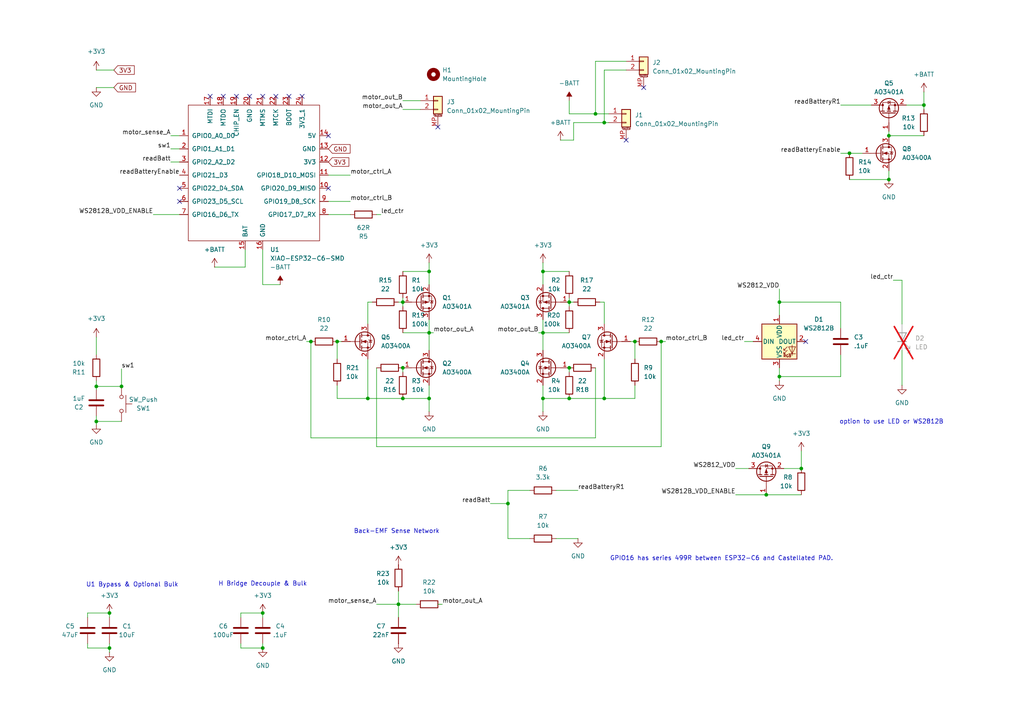
<source format=kicad_sch>
(kicad_sch (version 20250114) (generator "eeschema") (generator_version "9.0")
  (paper "A4")
  (title_block (title "MLE HAPTICS PROTOTYPE") (date "2025-09-22") (company "mlehaptics.org"))
  (lib_symbols
    (symbol "Connector_Generic_MountingPin:Conn_01x02_MountingPin" (pin_names (offset 1.016) (hide yes))
      (property "Reference" "J" (at 0 2.54 0))
      (property "Value" "Conn_01x02_MountingPin" (at 1.27 -5.08 0))
      (symbol "Conn_01x02_MountingPin_1_1"
        (rectangle (start -1.27 1.27) (end 1.27 -3.81) (stroke (width 0.254)) (fill (type background)))
        (rectangle (start -1.27 0.127) (end 0 -0.127) (stroke (width 0.1524)))
        (rectangle (start -1.27 -2.413) (end 0 -2.667) (stroke (width 0.1524)))
        (polyline (pts (xy -1.016 -4.572) (xy 1.016 -4.572)) (stroke (width 0.1524)))
        (text "Mounting" (at 0 -4.191 0) (effects (font (size 0.381 0.381))))
        (pin passive line (at -5.08 0 0) (length 3.81) (name "Pin_1") (number "1"))
        (pin passive line (at -5.08 -2.54 0) (length 3.81) (name "Pin_2") (number "2"))
        (pin passive line (at 0 -7.62 90) (length 3.048) (name "MountPin") (number "MP"))
      )
    )
    (symbol "Device:C" (pin_numbers (hide yes)) (pin_names (offset 0.254))
      (property "Reference" "C" (at 0.635 2.54 0))
      (property "Value" "C" (at 0.635 -2.54 0))
      (symbol "C_0_1"
        (polyline (pts (xy -2.032 0.762) (xy 2.032 0.762)) (stroke (width 0.508)))
        (polyline (pts (xy -2.032 -0.762) (xy 2.032 -0.762)) (stroke (width 0.508)))
      )
      (symbol "C_1_1"
        (pin passive line (at 0 3.81 270) (length 2.794) (name "~") (number "1"))
        (pin passive line (at 0 -3.81 90) (length 2.794) (name "~") (number "2"))
      )
    )
    (symbol "Device:LED" (pin_numbers (hide yes)) (pin_names (offset 1.016) (hide yes))
      (property "Reference" "D" (at 0 2.54 0))
      (property "Value" "LED" (at 0 -2.54 0))
      (symbol "LED_0_1"
        (polyline (pts (xy -3.048 -0.762) (xy -4.572 -2.286) (xy -3.81 -2.286) (xy -4.572 -2.286) (xy -4.572 -1.524)))
        (polyline (pts (xy -1.778 -0.762) (xy -3.302 -2.286) (xy -2.54 -2.286) (xy -3.302 -2.286) (xy -3.302 -1.524)))
        (polyline (pts (xy -1.27 0) (xy 1.27 0)))
        (polyline (pts (xy -1.27 -1.27) (xy -1.27 1.27)) (stroke (width 0.254)))
        (polyline (pts (xy 1.27 -1.27) (xy 1.27 1.27) (xy -1.27 0) (xy 1.27 -1.27)) (stroke (width 0.254)))
      )
      (symbol "LED_1_1"
        (pin passive line (at -3.81 0 0) (length 2.54) (name "K") (number "1"))
        (pin passive line (at 3.81 0 180) (length 2.54) (name "A") (number "2"))
      )
    )
    (symbol "Device:R" (pin_numbers (hide yes)) (pin_names (offset 0))
      (property "Reference" "R" (at 2.032 0 90))
      (property "Value" "R" (at 0 0 90))
      (symbol "R_0_1"
        (rectangle (start -1.016 -2.54) (end 1.016 2.54) (stroke (width 0.254)))
      )
      (symbol "R_1_1"
        (pin passive line (at 0 3.81 270) (length 1.27) (name "~") (number "1"))
        (pin passive line (at 0 -3.81 90) (length 1.27) (name "~") (number "2"))
      )
    )
    (symbol "LED:WS2812B" (pin_names (offset 0.254))
      (property "Reference" "D" (at 5.08 5.715 0))
      (property "Value" "WS2812B" (at 1.27 -5.715 0))
      (symbol "WS2812B_0_0"
        (text "RGB" (at 2.286 -4.191 0) (effects (font (size 0.762 0.762))))
      )
      (symbol "WS2812B_0_1"
        (polyline (pts (xy 1.27 -2.54) (xy 1.778 -2.54)))
        (polyline (pts (xy 1.27 -3.556) (xy 1.778 -3.556)))
        (polyline (pts (xy 2.286 -1.524) (xy 1.27 -2.54) (xy 1.27 -2.032)))
        (polyline (pts (xy 2.286 -2.54) (xy 1.27 -3.556) (xy 1.27 -3.048)))
        (polyline (pts (xy 3.683 -1.016) (xy 3.683 -3.556) (xy 3.683 -4.064)))
        (polyline (pts (xy 4.699 -1.524) (xy 2.667 -1.524) (xy 3.683 -3.556) (xy 4.699 -1.524)))
        (polyline (pts (xy 4.699 -3.556) (xy 2.667 -3.556)))
        (rectangle (start 5.08 5.08) (end -5.08 -5.08) (stroke (width 0.254)) (fill (type background)))
      )
      (symbol "WS2812B_1_1"
        (pin input line (at -7.62 0 0) (length 2.54) (name "DIN") (number "4"))
        (pin power_in line (at 0 7.62 270) (length 2.54) (name "VDD") (number "1"))
        (pin power_in line (at 0 -7.62 90) (length 2.54) (name "VSS") (number "3"))
        (pin output line (at 7.62 0 180) (length 2.54) (name "DOUT") (number "2"))
      )
    )
    (symbol "Mechanical:MountingHole" (pin_names (offset 1.016)) (in_bom no)
      (property "Reference" "H" (at 0 5.08 0))
      (property "Value" "MountingHole" (at 0 3.175 0))
      (symbol "MountingHole_0_1"
        (circle (center 0 0) (radius 1.27) (stroke (width 1.27)))
      )
    )
    (symbol "Seeed_Studio_XIAO_Series:XIAO-ESP32-C6-SMD" (pin_names (offset 1.016))
      (property "Reference" "U" (at -18.542 23.114 0))
      (property "Value" "XIAO-ESP32-S3-SMD" (at -8.382 21.336 0))
      (symbol "XIAO-ESP32-C6-SMD_0_1"
        (rectangle (start 19.05 -19.05) (end -19.05 20.32))
      )
      (symbol "XIAO-ESP32-C6-SMD_1_1"
        (pin passive line (at -21.59 11.43 0) (length 2.54) (name "GPIO0_A0_D0") (number "1"))
        (pin passive line (at -21.59 7.62 0) (length 2.54) (name "GPIO1_A1_D1") (number "2"))
        (pin passive line (at -21.59 3.81 0) (length 2.54) (name "GPIO2_A2_D2") (number "3"))
        (pin passive line (at -21.59 0 0) (length 2.54) (name "GPIO21_D3") (number "4"))
        (pin passive line (at -21.59 -3.81 0) (length 2.54) (name "GPIO22_D4_SDA") (number "5"))
        (pin passive line (at -21.59 -7.62 0) (length 2.54) (name "GPIO23_D5_SCL") (number "6"))
        (pin passive line (at -21.59 -11.43 0) (length 2.54) (name "GPIO16_D6_TX") (number "7"))
        (pin passive line (at -12.7 22.86 270) (length 2.54) (name "MTDI") (number "17"))
        (pin passive line (at -8.89 22.86 270) (length 2.54) (name "MTDO") (number "18"))
        (pin passive line (at -5.08 22.86 270) (length 2.54) (name "CHIP_EN") (number "19"))
        (pin passive line (at -2.54 -21.59 90) (length 2.54) (name "BAT") (number "15"))
        (pin passive line (at -1.27 22.86 270) (length 2.54) (name "GND") (number "20"))
        (pin passive line (at 2.54 22.86 270) (length 2.54) (name "MTMS") (number "21"))
        (pin passive line (at 2.54 -21.59 90) (length 2.54) (name "GND") (number "16"))
        (pin passive line (at 6.35 22.86 270) (length 2.54) (name "MTCK") (number "22"))
        (pin passive line (at 10.16 22.86 270) (length 2.54) (name "BOOT") (number "23"))
        (pin passive line (at 13.97 22.86 270) (length 2.54) (name "3V3_1") (number "24"))
        (pin passive line (at 21.59 11.43 180) (length 2.54) (name "5V") (number "14"))
        (pin passive line (at 21.59 7.62 180) (length 2.54) (name "GND") (number "13"))
        (pin passive line (at 21.59 3.81 180) (length 2.54) (name "3V3") (number "12"))
        (pin passive line (at 21.59 0 180) (length 2.54) (name "GPIO18_D10_MOSI") (number "11"))
        (pin passive line (at 21.59 -3.81 180) (length 2.54) (name "GPIO20_D9_MISO") (number "10"))
        (pin passive line (at 21.59 -7.62 180) (length 2.54) (name "GPIO19_D8_SCK") (number "9"))
        (pin passive line (at 21.59 -11.43 180) (length 2.54) (name "GPIO17_D7_RX") (number "8"))
      )
    )
    (symbol "Switch:SW_Push" (pin_numbers (hide yes)) (pin_names (offset 1.016) (hide yes))
      (property "Reference" "SW" (at 1.27 2.54 0))
      (property "Value" "SW_Push" (at 0 -1.524 0))
      (symbol "SW_Push_0_1"
        (circle (center -2.032 0) (radius 0.508))
        (polyline (pts (xy 0 1.27) (xy 0 3.048)))
        (circle (center 2.032 0) (radius 0.508))
        (polyline (pts (xy 2.54 1.27) (xy -2.54 1.27)))
        (pin passive line (at -5.08 0 0) (length 2.54) (name "1") (number "1"))
        (pin passive line (at 5.08 0 180) (length 2.54) (name "2") (number "2"))
      )
    )
    (symbol "Transistor_FET:AO3400A" (pin_names (hide yes))
      (property "Reference" "Q" (at 5.08 1.905 0))
      (property "Value" "AO3400A" (at 5.08 0 0))
      (symbol "AO3400A_0_1"
        (polyline (pts (xy 0.254 1.905) (xy 0.254 -1.905)) (stroke (width 0.254)))
        (polyline (pts (xy 0.254 0) (xy -2.54 0)))
        (polyline (pts (xy 0.762 2.286) (xy 0.762 1.27)) (stroke (width 0.254)))
        (polyline (pts (xy 0.762 0.508) (xy 0.762 -0.508)) (stroke (width 0.254)))
        (polyline (pts (xy 0.762 -1.27) (xy 0.762 -2.286)) (stroke (width 0.254)))
        (polyline (pts (xy 0.762 -1.778) (xy 3.302 -1.778) (xy 3.302 1.778) (xy 0.762 1.778)))
        (polyline (pts (xy 1.016 0) (xy 2.032 0.381) (xy 2.032 -0.381) (xy 1.016 0)) (fill (type outline)))
        (circle (center 1.651 0) (radius 2.794) (stroke (width 0.254)))
        (polyline (pts (xy 2.54 2.54) (xy 2.54 1.778)))
        (circle (center 2.54 1.778) (radius 0.254) (fill (type outline)))
        (circle (center 2.54 -1.778) (radius 0.254) (fill (type outline)))
        (polyline (pts (xy 2.54 -2.54) (xy 2.54 0) (xy 0.762 0)))
        (polyline (pts (xy 2.794 0.508) (xy 2.921 0.381) (xy 3.683 0.381) (xy 3.81 0.254)))
        (polyline (pts (xy 3.302 0.381) (xy 2.921 -0.254) (xy 3.683 -0.254) (xy 3.302 0.381)))
      )
      (symbol "AO3400A_1_1"
        (pin input line (at -5.08 0 0) (length 2.54) (name "G") (number "1"))
        (pin passive line (at 2.54 5.08 270) (length 2.54) (name "D") (number "3"))
        (pin passive line (at 2.54 -5.08 90) (length 2.54) (name "S") (number "2"))
      )
    )
    (symbol "Transistor_FET:AO3401A" (pin_names (hide yes))
      (property "Reference" "Q" (at 5.08 1.905 0))
      (property "Value" "AO3401A" (at 5.08 0 0))
      (symbol "AO3401A_0_1"
        (polyline (pts (xy 0.254 1.905) (xy 0.254 -1.905)) (stroke (width 0.254)))
        (polyline (pts (xy 0.254 0) (xy -2.54 0)))
        (polyline (pts (xy 0.762 2.286) (xy 0.762 1.27)) (stroke (width 0.254)))
        (polyline (pts (xy 0.762 1.778) (xy 3.302 1.778) (xy 3.302 -1.778) (xy 0.762 -1.778)))
        (polyline (pts (xy 0.762 0.508) (xy 0.762 -0.508)) (stroke (width 0.254)))
        (polyline (pts (xy 0.762 -1.27) (xy 0.762 -2.286)) (stroke (width 0.254)))
        (circle (center 1.651 0) (radius 2.794) (stroke (width 0.254)))
        (polyline (pts (xy 2.286 0) (xy 1.27 0.381) (xy 1.27 -0.381) (xy 2.286 0)) (fill (type outline)))
        (polyline (pts (xy 2.54 2.54) (xy 2.54 1.778)))
        (circle (center 2.54 1.778) (radius 0.254) (fill (type outline)))
        (circle (center 2.54 -1.778) (radius 0.254) (fill (type outline)))
        (polyline (pts (xy 2.54 -2.54) (xy 2.54 0) (xy 0.762 0)))
        (polyline (pts (xy 2.794 -0.508) (xy 2.921 -0.381) (xy 3.683 -0.381) (xy 3.81 -0.254)))
        (polyline (pts (xy 3.302 -0.381) (xy 2.921 0.254) (xy 3.683 0.254) (xy 3.302 -0.381)))
      )
      (symbol "AO3401A_1_1"
        (pin input line (at -5.08 0 0) (length 2.54) (name "G") (number "1"))
        (pin passive line (at 2.54 5.08 270) (length 2.54) (name "D") (number "3"))
        (pin passive line (at 2.54 -5.08 90) (length 2.54) (name "S") (number "2"))
      )
    )
    (symbol "power:+3V3" (power) (pin_numbers (hide yes)) (pin_names (offset 0) (hide yes))
      (property "Value" "+3V3" (at 0 3.556 0))
      (symbol "+3V3_0_1"
        (polyline (pts (xy -0.762 1.27) (xy 0 2.54)))
        (polyline (pts (xy 0 2.54) (xy 0.762 1.27)))
        (polyline (pts (xy 0 0) (xy 0 2.54)))
      )
      (symbol "+3V3_1_1"
        (pin power_in line (at 0 0 90) (length 0) (name "~") (number "1"))
      )
    )
    (symbol "power:+BATT" (power) (pin_numbers (hide yes)) (pin_names (offset 0) (hide yes))
      (property "Value" "+BATT" (at 0 3.556 0))
      (symbol "+BATT_0_1"
        (polyline (pts (xy -0.762 1.27) (xy 0 2.54)))
        (polyline (pts (xy 0 2.54) (xy 0.762 1.27)))
        (polyline (pts (xy 0 0) (xy 0 2.54)))
      )
      (symbol "+BATT_1_1"
        (pin power_in line (at 0 0 90) (length 0) (name "~") (number "1"))
      )
    )
    (symbol "power:-BATT" (power) (pin_numbers (hide yes)) (pin_names (offset 0) (hide yes))
      (property "Value" "-BATT" (at 0 3.556 0))
      (symbol "-BATT_0_1"
        (polyline (pts (xy 0 0) (xy 0 2.54)))
        (polyline (pts (xy 0.762 1.27) (xy -0.762 1.27) (xy 0 2.54) (xy 0.762 1.27)) (fill (type outline)))
      )
      (symbol "-BATT_1_1"
        (pin power_in line (at 0 0 90) (length 0) (name "~") (number "1"))
      )
    )
    (symbol "power:GND" (power) (pin_numbers (hide yes)) (pin_names (offset 0) (hide yes))
      (property "Value" "GND" (at 0 -3.81 0))
      (symbol "GND_0_1"
        (polyline (pts (xy 0 0) (xy 0 -1.27) (xy 1.27 -1.27) (xy 0 -2.54) (xy -1.27 -1.27) (xy 0 -1.27)))
      )
      (symbol "GND_1_1"
        (pin power_in line (at 0 0 270) (length 0) (name "~") (number "1"))
      )
    )
  )
  (text "U1 Bypass & Optional Bulk" (at 38.354 169.672 0) (effects (font (size 1.27 1.27))))
  (text "Back-EMF Sense Network" (at 115.062 154.178 0) (effects (font (size 1.27 1.27))))
  (text "GPIO16 has series 499R between ESP32-C6 and Castellated PAD.\n\n" (at 209.296 163.068 0) (effects (font (size 1.27 1.27))))
  (text "option to use LED or WS2812B" (at 258.572 122.428 0) (effects (font (size 1.27 1.27))))
  (text "H Bridge Decouple & Bulk" (at 76.2 169.418 0) (effects (font (size 1.27 1.27))))
  (junction (at 157.48 78.74))
  (junction (at 115.57 175.26))
  (junction (at 27.94 122.2375))
  (junction (at 124.46 96.52))
  (junction (at 31.75 177.8))
  (junction (at 157.48 115.57))
  (junction (at 116.84 87.63))
  (junction (at 172.72 33.02))
  (junction (at 165.1 115.57))
  (junction (at 191.77 99.06))
  (junction (at 175.26 115.57))
  (junction (at 175.26 35.56))
  (junction (at 226.06 87.63))
  (junction (at 147.32 146.05))
  (junction (at 106.68 115.57))
  (junction (at 226.06 109.22))
  (junction (at 165.1 87.63))
  (junction (at 184.15 99.06))
  (junction (at 157.48 96.52))
  (junction (at 27.94 112.0775))
  (junction (at 76.2 177.8))
  (junction (at 222.25 143.51))
  (junction (at 246.38 44.45))
  (junction (at 267.97 30.48))
  (junction (at 116.84 115.57))
  (junction (at 257.81 52.07))
  (junction (at 165.1 106.68))
  (junction (at 257.81 39.37))
  (junction (at 232.41 135.89))
  (junction (at 124.46 78.74))
  (junction (at 97.79 99.06))
  (junction (at 31.75 187.96))
  (junction (at 76.2 187.96))
  (junction (at 35.2425 112.0775))
  (junction (at 116.84 106.68))
  (junction (at 90.17 99.06))
  (junction (at 124.46 115.57))
  (no_connect (at 52.07 58.42))
  (no_connect (at 87.63 27.94))
  (no_connect (at 68.58 27.94))
  (no_connect (at 60.96 27.94))
  (no_connect (at 80.01 27.94))
  (no_connect (at 233.68 99.06))
  (no_connect (at 64.77 27.94))
  (no_connect (at 72.39 27.94))
  (no_connect (at 186.69 25.4))
  (no_connect (at 181.61 40.64))
  (no_connect (at 76.2 27.94))
  (no_connect (at 95.25 39.37))
  (no_connect (at 52.07 54.61))
  (no_connect (at 83.82 27.94))
  (no_connect (at 95.25 54.61))
  (no_connect (at 127 36.83))
  (wire (pts (xy 97.79 104.14) (xy 97.79 99.06)))
  (wire (pts (xy 124.46 76.2) (xy 124.46 78.74)))
  (wire (pts (xy 27.94 113.03) (xy 27.94 112.0775)))
  (wire (pts (xy 226.06 87.63) (xy 243.84 87.63)))
  (wire (pts (xy 106.68 87.63) (xy 107.95 87.63)))
  (wire (pts (xy 257.81 38.1) (xy 257.81 39.37)))
  (wire (pts (xy 106.68 93.98) (xy 106.68 87.63)))
  (wire (pts (xy 27.94 112.0775) (xy 35.2425 112.0775)))
  (wire (pts (xy 76.2 177.8) (xy 69.85 177.8)))
  (wire (pts (xy 52.07 62.23) (xy 44.45 62.23)))
  (wire (pts (xy 27.94 120.65) (xy 27.94 122.2375)))
  (wire (pts (xy 76.2 186.69) (xy 76.2 187.96)))
  (wire (pts (xy 101.6 58.42) (xy 95.25 58.42)))
  (wire (pts (xy 157.48 96.52) (xy 157.48 101.6)))
  (wire (pts (xy 115.57 175.26) (xy 120.65 175.26)))
  (wire (pts (xy 166.37 35.56) (xy 175.26 35.56)))
  (wire (pts (xy 191.77 99.06) (xy 191.77 129.54)))
  (wire (pts (xy 165.1 115.57) (xy 157.48 115.57)))
  (wire (pts (xy 193.04 99.06) (xy 191.77 99.06)))
  (wire (pts (xy 161.29 142.24) (xy 167.64 142.24)))
  (wire (pts (xy 246.38 44.45) (xy 250.19 44.45)))
  (wire (pts (xy 106.68 115.57) (xy 116.84 115.57)))
  (wire (pts (xy 121.92 29.21) (xy 116.84 29.21)))
  (wire (pts (xy 142.24 146.05) (xy 147.32 146.05)))
  (wire (pts (xy 124.46 78.74) (xy 124.46 82.55)))
  (wire (pts (xy 116.84 115.57) (xy 124.46 115.57)))
  (wire (pts (xy 165.1 29.21) (xy 165.1 33.02)))
  (wire (pts (xy 165.1 33.02) (xy 172.72 33.02)))
  (wire (pts (xy 153.67 156.21) (xy 147.32 156.21)))
  (wire (pts (xy 31.75 187.96) (xy 31.75 186.69)))
  (wire (pts (xy 97.79 111.76) (xy 97.79 115.57)))
  (wire (pts (xy 69.85 179.07) (xy 69.85 177.8)))
  (wire (pts (xy 116.84 78.74) (xy 124.46 78.74)))
  (wire (pts (xy 157.48 119.38) (xy 157.48 115.57)))
  (wire (pts (xy 25.4 186.69) (xy 25.4 187.96)))
  (wire (pts (xy 243.84 30.48) (xy 252.73 30.48)))
  (wire (pts (xy 121.92 31.75) (xy 116.84 31.75)))
  (wire (pts (xy 181.61 17.78) (xy 172.72 17.78)))
  (wire (pts (xy 71.12 77.47) (xy 71.12 72.39)))
  (wire (pts (xy 175.26 20.32) (xy 175.26 35.56)))
  (wire (pts (xy 165.1 88.9) (xy 165.1 87.63)))
  (wire (pts (xy 97.79 115.57) (xy 106.68 115.57)))
  (wire (pts (xy 110.49 62.23) (xy 109.22 62.23)))
  (wire (pts (xy 165.1 78.74) (xy 157.48 78.74)))
  (wire (pts (xy 106.68 104.14) (xy 106.68 115.57)))
  (wire (pts (xy 97.79 99.06) (xy 99.06 99.06)))
  (wire (pts (xy 69.85 186.69) (xy 69.85 187.96)))
  (wire (pts (xy 172.72 17.78) (xy 172.72 33.02)))
  (wire (pts (xy 62.23 77.47) (xy 71.12 77.47)))
  (wire (pts (xy 243.84 95.25) (xy 243.84 87.63)))
  (wire (pts (xy 90.17 99.06) (xy 90.17 127)))
  (wire (pts (xy 31.75 189.23) (xy 31.75 187.96)))
  (wire (pts (xy 25.4 179.07) (xy 25.4 177.8)))
  (wire (pts (xy 124.46 119.38) (xy 124.46 115.57)))
  (wire (pts (xy 162.56 40.64) (xy 166.37 40.64)))
  (wire (pts (xy 49.53 43.18) (xy 52.07 43.18)))
  (wire (pts (xy 184.15 115.57) (xy 175.26 115.57)))
  (wire (pts (xy 27.94 25.4) (xy 33.02 25.4)))
  (wire (pts (xy 49.53 46.99) (xy 52.07 46.99)))
  (wire (pts (xy 226.06 83.82) (xy 226.06 87.63)))
  (wire (pts (xy 109.22 175.26) (xy 115.57 175.26)))
  (wire (pts (xy 227.33 135.89) (xy 232.41 135.89)))
  (wire (pts (xy 161.29 156.21) (xy 167.64 156.21)))
  (wire (pts (xy 25.4 187.96) (xy 31.75 187.96)))
  (wire (pts (xy 215.9 99.06) (xy 218.44 99.06)))
  (wire (pts (xy 124.46 115.57) (xy 124.46 111.76)))
  (wire (pts (xy 153.67 142.24) (xy 147.32 142.24)))
  (wire (pts (xy 76.2 177.8) (xy 76.2 179.07)))
  (wire (pts (xy 157.48 96.52) (xy 165.1 96.52)))
  (wire (pts (xy 27.94 110.49) (xy 27.94 112.0775)))
  (wire (pts (xy 116.84 96.52) (xy 124.46 96.52)))
  (wire (pts (xy 175.26 93.98) (xy 175.26 87.63)))
  (wire (pts (xy 101.6 50.8) (xy 95.25 50.8)))
  (wire (pts (xy 267.97 30.48) (xy 267.97 31.75)))
  (wire (pts (xy 69.85 187.96) (xy 76.2 187.96)))
  (wire (pts (xy 165.1 86.36) (xy 165.1 87.63)))
  (wire (pts (xy 173.99 87.63) (xy 175.26 87.63)))
  (wire (pts (xy 175.26 35.56) (xy 176.53 35.56)))
  (wire (pts (xy 31.75 177.8) (xy 25.4 177.8)))
  (wire (pts (xy 184.15 99.06) (xy 184.15 104.14)))
  (wire (pts (xy 261.62 81.28) (xy 261.62 93.98)))
  (wire (pts (xy 31.75 177.8) (xy 31.75 179.07)))
  (wire (pts (xy 124.46 92.71) (xy 124.46 96.52)))
  (wire (pts (xy 243.84 44.45) (xy 246.38 44.45)))
  (wire (pts (xy 246.38 52.07) (xy 257.81 52.07)))
  (wire (pts (xy 166.37 40.64) (xy 166.37 35.56)))
  (wire (pts (xy 27.94 97.79) (xy 27.94 102.87)))
  (wire (pts (xy 165.1 87.63) (xy 166.37 87.63)))
  (wire (pts (xy 27.94 20.32) (xy 33.02 20.32)))
  (wire (pts (xy 90.17 127) (xy 172.72 127)))
  (wire (pts (xy 259.08 81.28) (xy 261.62 81.28)))
  (wire (pts (xy 172.72 127) (xy 172.72 106.68)))
  (wire (pts (xy 267.97 26.67) (xy 267.97 30.48)))
  (wire (pts (xy 267.97 39.37) (xy 257.81 39.37)))
  (wire (pts (xy 101.6 62.23) (xy 95.25 62.23)))
  (wire (pts (xy 257.81 49.53) (xy 257.81 52.07)))
  (wire (pts (xy 124.46 96.52) (xy 124.46 101.6)))
  (wire (pts (xy 172.72 33.02) (xy 176.53 33.02)))
  (wire (pts (xy 191.77 129.54) (xy 109.22 129.54)))
  (wire (pts (xy 156.21 96.52) (xy 157.48 96.52)))
  (wire (pts (xy 157.48 78.74) (xy 157.48 82.55)))
  (wire (pts (xy 243.84 102.87) (xy 243.84 109.22)))
  (wire (pts (xy 27.94 123.19) (xy 27.94 122.2375)))
  (wire (pts (xy 76.2 82.55) (xy 81.28 82.55)))
  (wire (pts (xy 116.84 86.36) (xy 116.84 87.63)))
  (wire (pts (xy 157.48 76.2) (xy 157.48 78.74)))
  (wire (pts (xy 262.89 30.48) (xy 267.97 30.48)))
  (wire (pts (xy 184.15 99.06) (xy 182.88 99.06)))
  (wire (pts (xy 88.9 99.06) (xy 90.17 99.06)))
  (wire (pts (xy 226.06 109.22) (xy 226.06 106.68)))
  (wire (pts (xy 226.06 87.63) (xy 226.06 91.44)))
  (wire (pts (xy 76.2 72.39) (xy 76.2 82.55)))
  (wire (pts (xy 116.84 87.63) (xy 116.84 88.9)))
  (wire (pts (xy 184.15 111.76) (xy 184.15 115.57)))
  (wire (pts (xy 243.84 109.22) (xy 226.06 109.22)))
  (wire (pts (xy 125.73 96.52) (xy 124.46 96.52)))
  (wire (pts (xy 165.1 115.57) (xy 175.26 115.57)))
  (wire (pts (xy 115.57 175.26) (xy 115.57 179.07)))
  (wire (pts (xy 165.1 107.95) (xy 165.1 106.68)))
  (wire (pts (xy 147.32 142.24) (xy 147.32 146.05)))
  (wire (pts (xy 116.84 107.95) (xy 116.84 106.68)))
  (wire (pts (xy 147.32 146.05) (xy 147.32 156.21)))
  (wire (pts (xy 261.62 101.6) (xy 261.62 111.76)))
  (wire (pts (xy 115.57 87.63) (xy 116.84 87.63)))
  (wire (pts (xy 181.61 20.32) (xy 175.26 20.32)))
  (wire (pts (xy 217.17 135.89) (xy 213.36 135.89)))
  (wire (pts (xy 115.57 171.45) (xy 115.57 175.26)))
  (wire (pts (xy 49.53 39.37) (xy 52.07 39.37)))
  (wire (pts (xy 128.27 175.26) (xy 127 175.26)))
  (wire (pts (xy 27.94 122.2375) (xy 35.2425 122.2375)))
  (wire (pts (xy 109.22 129.54) (xy 109.22 106.68)))
  (wire (pts (xy 232.41 130.81) (xy 232.41 135.89)))
  (wire (pts (xy 226.06 110.49) (xy 226.06 109.22)))
  (wire (pts (xy 175.26 104.14) (xy 175.26 115.57)))
  (wire (pts (xy 222.25 143.51) (xy 232.41 143.51)))
  (wire (pts (xy 157.48 115.57) (xy 157.48 111.76)))
  (wire (pts (xy 213.36 143.51) (xy 222.25 143.51)))
  (wire (pts (xy 157.48 92.71) (xy 157.48 96.52)))
  (wire (pts (xy 35.2425 106.9975) (xy 35.2425 112.0775)))
  (label "readBatt" (at 142.24 146.05 180))
  (label "motor_out_A" (at 125.73 96.52 0))
  (label "motor_sense_A" (at 109.22 175.26 180))
  (label "motor_ctrl_B" (at 193.04 99.06 0))
  (label "motor_sense_A" (at 49.53 39.37 180))
  (label "motor_out_A" (at 128.27 175.26 0))
  (label "led_ctr" (at 215.9 99.06 180))
  (label "WS2812_VDD" (at 213.36 135.89 180))
  (label "WS2812B_VDD_ENABLE" (at 44.45 62.23 180))
  (label "motor_out_B" (at 156.21 96.52 180))
  (label "motor_out_A" (at 116.84 31.75 180))
  (label "motor_ctrl_A" (at 88.9 99.06 180))
  (label "sw1" (at 35.2425 106.9975 0))
  (label "led_ctr" (at 110.49 62.23 0))
  (label "motor_out_B" (at 116.84 29.21 180))
  (label "WS2812B_VDD_ENABLE" (at 213.36 143.51 180))
  (label "WS2812_VDD" (at 226.06 83.82 180))
  (label "sw1" (at 49.53 43.18 180))
  (label "motor_ctrl_A" (at 101.6 50.8 0))
  (label "readBatt" (at 49.53 46.99 180))
  (label "readBatteryEnable" (at 52.07 50.8 180))
  (label "led_ctr" (at 259.08 81.28 180))
  (label "readBatteryEnable" (at 243.84 44.45 180))
  (label "readBatteryR1" (at 167.64 142.24 0))
  (label "motor_ctrl_B" (at 101.6 58.42 0))
  (label "readBatteryR1" (at 243.84 30.48 180))
  (global_label "GND" (shape input) (at 95.25 43.18 0) (property "Intersheetrefs" "${INTERSHEET_REFS}" (effects (hide yes))))
  (global_label "3V3" (shape input) (at 33.02 20.32 0) (property "Intersheetrefs" "${INTERSHEET_REFS}" (effects (hide yes))))
  (global_label "GND" (shape input) (at 33.02 25.4 0) (property "Intersheetrefs" "${INTERSHEET_REFS}" (effects (hide yes))))
  (global_label "3V3" (shape input) (at 95.25 46.99 0) (property "Intersheetrefs" "${INTERSHEET_REFS}" (effects (hide yes))))
  (symbol (lib_id "Device:R") (at 168.91 106.68 270) (mirror x) (unit 1)
    (property "Reference" "R18" (at 168.91 113.03 90))
    (property "Value" "22" (at 168.91 110.49 90))
    (property "Footprint" "Resistor_SMD:R_0805_2012Metric" (effects (hide yes)))
    (property "Description" "Resistor" (effects (hide yes)))
  )
  (symbol (lib_id "power:GND") (at 167.64 156.21 0) (unit 1)
    (property "Reference" "#PWR015" (effects (hide yes)))
    (property "Value" "GND" (at 167.64 161.29 0))
    (property "Description" "Power symbol creates a global label with name \"GND\" , ground" (effects (hide yes)))
  )
  (symbol (lib_id "Connector_Generic_MountingPin:Conn_01x02_MountingPin") (at 186.69 17.78 0) (unit 1)
    (property "Reference" "J2" (at 189.23 18.1355 0) (effects (justify left)))
    (property "Value" "Conn_01x02_MountingPin" (at 189.23 20.6755 0) (effects (justify left)))
    (property "Footprint" "Connector_Molex:Molex_PicoBlade_53261-0271_1x02-1MP_P1.25mm_Horizontal" (effects (hide yes)))
    (property "Description" "Generic connectable mounting pin connector, single row, 01x02, script generated (kicad-library-utils/schlib/autogen/connector/)" (effects (hide yes)))
  )
  (symbol (lib_id "Device:R") (at 111.76 87.63 270) (unit 1)
    (property "Reference" "R15" (at 111.76 81.28 90))
    (property "Value" "22" (at 111.76 83.82 90))
    (property "Footprint" "Resistor_SMD:R_0805_2012Metric" (effects (hide yes)))
    (property "Description" "Resistor" (effects (hide yes)))
  )
  (symbol (lib_id "power:GND") (at 157.48 119.38 0) (mirror y) (unit 1)
    (property "Reference" "#PWR017" (effects (hide yes)))
    (property "Value" "GND" (at 157.48 124.46 0))
    (property "Description" "Power symbol creates a global label with name \"GND\" , ground" (effects (hide yes)))
  )
  (symbol (lib_id "power:+3V3") (at 27.94 97.79 0) (unit 1)
    (property "Reference" "#PWR016" (effects (hide yes)))
    (property "Value" "+3V3" (at 27.94 92.3925 0))
    (property "Description" "Power symbol creates a global label with name \"+3V3\"" (effects (hide yes)))
  )
  (symbol (lib_id "Device:R") (at 157.48 156.21 90) (unit 1)
    (property "Reference" "R7" (at 157.48 149.86 90))
    (property "Value" "10k" (at 157.48 152.4 90))
    (property "Footprint" "Resistor_SMD:R_0805_2012Metric" (effects (hide yes)))
    (property "Description" "Resistor" (effects (hide yes)))
  )
  (symbol (lib_id "Connector_Generic_MountingPin:Conn_01x02_MountingPin") (at 181.61 33.02 0) (unit 1)
    (property "Reference" "J1" (at 184.15 33.3755 0) (effects (justify left)))
    (property "Value" "Conn_01x02_MountingPin" (at 184.15 35.9155 0) (effects (justify left)))
    (property "Footprint" "Connector_Molex:Molex_PicoBlade_53261-0271_1x02-1MP_P1.25mm_Horizontal" (effects (hide yes)))
    (property "Description" "Generic connectable mounting pin connector, single row, 01x02, script generated (kicad-library-utils/schlib/autogen/connector/)" (effects (hide yes)))
  )
  (symbol (lib_id "Device:R") (at 187.96 99.06 90) (mirror x) (unit 1)
    (property "Reference" "R12" (at 187.96 92.71 90))
    (property "Value" "22" (at 187.96 95.25 90))
    (property "Footprint" "Resistor_SMD:R_0805_2012Metric" (effects (hide yes)))
    (property "Description" "Resistor" (effects (hide yes)))
  )
  (symbol (lib_id "Transistor_FET:AO3400A") (at 121.92 106.68 0) (unit 1)
    (property "Reference" "Q2" (at 128.27 105.4099 0) (effects (justify left)))
    (property "Value" "AO3400A" (at 128.27 107.9499 0) (effects (justify left)))
    (property "Footprint" "Package_TO_SOT_SMD:SOT-23" (effects (hide yes)))
    (property "Datasheet" "http://www.aosmd.com/pdfs/datasheet/AO3400A.pdf" (effects (hide yes)))
    (property "Description" "30V Vds, 5.7A Id, N-Channel MOSFET, SOT-23" (effects (hide yes)))
  )
  (symbol (lib_id "power:+3V3") (at 157.48 76.2 0) (mirror y) (unit 1)
    (property "Reference" "#PWR011" (effects (hide yes)))
    (property "Value" "+3V3" (at 157.48 71.12 0))
    (property "Description" "Power symbol creates a global label with name \"+3V3\"" (effects (hide yes)))
  )
  (symbol (lib_id "Device:R") (at 184.15 107.95 0) (unit 1)
    (property "Reference" "R9" (at 186.69 106.6799 0) (effects (justify left)))
    (property "Value" "10k" (at 186.69 109.2199 0) (effects (justify left)))
    (property "Footprint" "Resistor_SMD:R_0805_2012Metric" (effects (hide yes)))
    (property "Description" "Resistor" (effects (hide yes)))
  )
  (symbol (lib_id "power:+3V3") (at 124.46 76.2 0) (unit 1)
    (property "Reference" "#PWR06" (effects (hide yes)))
    (property "Value" "+3V3" (at 124.46 71.12 0))
    (property "Description" "Power symbol creates a global label with name \"+3V3\"" (effects (hide yes)))
  )
  (symbol (lib_id "power:+3V3") (at 76.2 177.8 0) (unit 1)
    (property "Reference" "#PWR019" (effects (hide yes)))
    (property "Value" "+3V3" (at 76.2 172.72 0))
    (property "Description" "Power symbol creates a global label with name \"+3V3\"" (effects (hide yes)))
  )
  (symbol (lib_id "power:GND") (at 115.57 186.69 0) (unit 1)
    (property "Reference" "#PWR023" (effects (hide yes)))
    (property "Value" "GND" (at 115.57 191.77 0))
    (property "Description" "Power symbol creates a global label with name \"GND\" , ground" (effects (hide yes)))
  )
  (symbol (lib_id "Device:R") (at 124.46 175.26 270) (unit 1)
    (property "Reference" "R22" (at 124.46 168.91 90))
    (property "Value" "10k" (at 124.46 171.45 90))
    (property "Footprint" "Resistor_SMD:R_0805_2012Metric" (effects (hide yes)))
    (property "Description" "Resistor" (effects (hide yes)))
  )
  (symbol (lib_id "Transistor_FET:AO3400A") (at 255.27 44.45 0) (unit 1)
    (property "Reference" "Q8" (at 261.62 43.1799 0) (effects (justify left)))
    (property "Value" "AO3400A" (at 261.62 45.7199 0) (effects (justify left)))
    (property "Footprint" "Package_TO_SOT_SMD:SOT-23" (effects (hide yes)))
    (property "Datasheet" "http://www.aosmd.com/pdfs/datasheet/AO3400A.pdf" (effects (hide yes)))
    (property "Description" "30V Vds, 5.7A Id, N-Channel MOSFET, SOT-23" (effects (hide yes)))
  )
  (symbol (lib_id "LED:WS2812B") (at 226.06 99.06 0) (unit 1)
    (property "Reference" "D1" (at 237.49 92.6398 0))
    (property "Value" "WS2812B" (at 237.49 95.1798 0))
    (property "Footprint" "LED_SMD:LED_WS2812B_PLCC4_5.0x5.0mm_P3.2mm" (effects (hide yes)))
    (property "Datasheet" "https://cdn-shop.adafruit.com/datasheets/WS2812B.pdf" (effects (hide yes)))
    (property "Description" "RGB LED with integrated controller" (effects (hide yes)))
  )
  (symbol (lib_id "Device:R") (at 113.03 106.68 270) (mirror x) (unit 1)
    (property "Reference" "R16" (at 113.03 113.03 90))
    (property "Value" "22" (at 113.03 110.49 90))
    (property "Footprint" "Resistor_SMD:R_0805_2012Metric" (effects (hide yes)))
    (property "Description" "Resistor" (effects (hide yes)))
  )
  (symbol (lib_id "Device:R") (at 93.98 99.06 90) (mirror x) (unit 1)
    (property "Reference" "R10" (at 93.98 92.71 90))
    (property "Value" "22" (at 93.98 95.25 90))
    (property "Footprint" "Resistor_SMD:R_0805_2012Metric" (effects (hide yes)))
    (property "Description" "Resistor" (effects (hide yes)))
  )
  (symbol (lib_id "power:+3V3") (at 232.41 130.81 0) (mirror y) (unit 1)
    (property "Reference" "#PWR07" (effects (hide yes)))
    (property "Value" "+3V3" (at 232.41 125.73 0))
    (property "Description" "Power symbol creates a global label with name \"+3V3\"" (effects (hide yes)))
  )
  (symbol (lib_id "power:GND") (at 31.75 189.23 0) (unit 1)
    (property "Reference" "#PWR02" (effects (hide yes)))
    (property "Value" "GND" (at 31.75 194.31 0))
    (property "Description" "Power symbol creates a global label with name \"GND\" , ground" (effects (hide yes)))
  )
  (symbol (lib_id "Device:R") (at 170.18 87.63 270) (unit 1)
    (property "Reference" "R17" (at 170.18 81.28 90))
    (property "Value" "22" (at 170.18 83.82 90))
    (property "Footprint" "Resistor_SMD:R_0805_2012Metric" (effects (hide yes)))
    (property "Description" "Resistor" (effects (hide yes)))
  )
  (symbol (lib_id "Switch:SW_Push") (at 35.2425 117.1575 270) (unit 1)
    (property "Reference" "SW1" (at 41.5925 118.4275 90))
    (property "Value" "SW_Push" (at 41.5925 115.8875 90))
    (property "Footprint" "Button_Switch_THT:SW_PUSH_6mm_H5mm" (effects (hide yes)))
    (property "Description" "Push button switch, generic, two pins" (effects (hide yes)))
  )
  (symbol (lib_id "Transistor_FET:AO3401A") (at 222.25 138.43 90) (unit 1)
    (property "Reference" "Q9" (at 222.25 129.54 90))
    (property "Value" "AO3401A" (at 222.25 132.08 90))
    (property "Footprint" "Package_TO_SOT_SMD:SOT-23" (effects (hide yes)))
    (property "Datasheet" "http://www.aosmd.com/pdfs/datasheet/AO3401A.pdf" (effects (hide yes)))
    (property "Description" "-4.0A Id, -30V Vds, P-Channel MOSFET, SOT-23" (effects (hide yes)))
  )
  (symbol (lib_id "Transistor_FET:AO3401A") (at 160.02 87.63 180) (unit 1)
    (property "Reference" "Q3" (at 153.67 86.3599 0) (effects (justify left)))
    (property "Value" "AO3401A" (at 153.67 88.8999 0) (effects (justify left)))
    (property "Footprint" "Package_TO_SOT_SMD:SOT-23" (effects (hide yes)))
    (property "Datasheet" "http://www.aosmd.com/pdfs/datasheet/AO3401A.pdf" (effects (hide yes)))
    (property "Description" "-4.0A Id, -30V Vds, P-Channel MOSFET, SOT-23" (effects (hide yes)))
  )
  (symbol (lib_id "power:+3V3") (at 31.75 177.8 0) (unit 1)
    (property "Reference" "#PWR012" (effects (hide yes)))
    (property "Value" "+3V3" (at 31.75 172.72 0))
    (property "Description" "Power symbol creates a global label with name \"+3V3\"" (effects (hide yes)))
  )
  (symbol (lib_id "power:+BATT") (at 62.23 77.47 0) (unit 1)
    (property "Reference" "#PWR04" (effects (hide yes)))
    (property "Value" "+BATT" (at 62.23 72.39 0))
    (property "Description" "Power symbol creates a global label with name \"+BATT\"" (effects (hide yes)))
  )
  (symbol (lib_id "power:GND") (at 76.2 187.96 0) (unit 1)
    (property "Reference" "#PWR020" (effects (hide yes)))
    (property "Value" "GND" (at 76.2 193.04 0))
    (property "Description" "Power symbol creates a global label with name \"GND\" , ground" (effects (hide yes)))
  )
  (symbol (lib_id "Device:LED") (at 261.62 97.79 90) (unit 1) (in_bom no) (on_board no) (dnp yes)
    (property "Reference" "D2" (at 265.43 98.1074 90) (effects (justify right)))
    (property "Value" "LED" (at 265.43 100.6474 90) (effects (justify right)))
    (property "Footprint" "LED_SMD:LED_1206_3216Metric_Pad1.42x1.75mm_HandSolder" (effects (hide yes)))
    (property "Description" "Light emitting diode" (effects (hide yes)))
    (property "Sim.Pins" "1=K 2=A" (effects (hide yes)))
  )
  (symbol (lib_id "power:+BATT") (at 267.97 26.67 0) (unit 1)
    (property "Reference" "#PWR014" (effects (hide yes)))
    (property "Value" "+BATT" (at 267.97 21.59 0))
    (property "Description" "Power symbol creates a global label with name \"+BATT\"" (effects (hide yes)))
  )
  (symbol (lib_id "power:GND") (at 27.94 25.4 0) (unit 1)
    (property "Reference" "#PWR022" (effects (hide yes)))
    (property "Value" "GND" (at 27.94 30.48 0))
    (property "Description" "Power symbol creates a global label with name \"GND\" , ground" (effects (hide yes)))
  )
  (symbol (lib_id "Mechanical:MountingHole") (at 125.73 21.59 0) (unit 1) (in_bom no)
    (property "Reference" "H1" (at 128.27 20.3199 0) (effects (justify left)))
    (property "Value" "MountingHole" (at 128.27 22.8599 0) (effects (justify left)))
    (property "Footprint" "MountingHole:MountingHole_2.2mm_M2_DIN965" (effects (hide yes)))
    (property "Description" "Mounting Hole without connection" (effects (hide yes)))
  )
  (symbol (lib_id "power:-BATT") (at 165.1 29.21 0) (unit 1)
    (property "Reference" "#PWR09" (effects (hide yes)))
    (property "Value" "-BATT" (at 165.1 24.13 0))
    (property "Description" "Power symbol creates a global label with name \"-BATT\"" (effects (hide yes)))
  )
  (symbol (lib_id "Transistor_FET:AO3400A") (at 104.14 99.06 0) (unit 1)
    (property "Reference" "Q6" (at 110.49 97.7899 0) (effects (justify left)))
    (property "Value" "AO3400A" (at 110.49 100.3299 0) (effects (justify left)))
    (property "Footprint" "Package_TO_SOT_SMD:SOT-23" (effects (hide yes)))
    (property "Datasheet" "http://www.aosmd.com/pdfs/datasheet/AO3400A.pdf" (effects (hide yes)))
    (property "Description" "30V Vds, 5.7A Id, N-Channel MOSFET, SOT-23" (effects (hide yes)))
  )
  (symbol (lib_id "Device:R") (at 165.1 82.55 0) (mirror x) (unit 1)
    (property "Reference" "R2" (at 162.56 81.2799 0) (effects (justify right)))
    (property "Value" "10k" (at 162.56 83.8199 0) (effects (justify right)))
    (property "Footprint" "Resistor_SMD:R_0805_2012Metric" (effects (hide yes)))
    (property "Description" "Resistor" (effects (hide yes)))
  )
  (symbol (lib_id "power:GND") (at 261.62 111.76 0) (unit 1)
    (property "Reference" "#PWR013" (effects (hide yes)))
    (property "Value" "GND" (at 261.62 116.84 0))
    (property "Description" "Power symbol creates a global label with name \"GND\" , ground" (effects (hide yes)))
  )
  (symbol (lib_id "Device:R") (at 27.94 106.68 0) (mirror y) (unit 1)
    (property "Reference" "R11" (at 22.86 107.95 0))
    (property "Value" "10k" (at 22.86 105.41 0))
    (property "Footprint" "Resistor_SMD:R_0805_2012Metric" (effects (hide yes)))
    (property "Description" "Resistor" (effects (hide yes)))
  )
  (symbol (lib_id "Device:C") (at 25.4 182.88 180) (unit 1)
    (property "Reference" "C5" (at 20.32 181.61 0))
    (property "Value" "47uF" (at 20.32 184.15 0))
    (property "Footprint" "Capacitor_SMD:C_1206_3216Metric" (effects (hide yes)))
    (property "Description" "Unpolarized capacitor" (effects (hide yes)))
  )
  (symbol (lib_id "Device:R") (at 116.84 82.55 180) (unit 1)
    (property "Reference" "R1" (at 119.38 81.2799 0) (effects (justify right)))
    (property "Value" "10k" (at 119.38 83.8199 0) (effects (justify right)))
    (property "Footprint" "Resistor_SMD:R_0805_2012Metric" (effects (hide yes)))
    (property "Description" "Resistor" (effects (hide yes)))
  )
  (symbol (lib_id "Device:R") (at 116.84 111.76 180) (unit 1)
    (property "Reference" "R3" (at 119.38 110.4899 0) (effects (justify right)))
    (property "Value" "10k" (at 119.38 113.0299 0) (effects (justify right)))
    (property "Footprint" "Resistor_SMD:R_0805_2012Metric" (effects (hide yes)))
    (property "Description" "Resistor" (effects (hide yes)))
  )
  (symbol (lib_id "power:-BATT") (at 81.28 82.55 0) (unit 1)
    (property "Reference" "#PWR05" (effects (hide yes)))
    (property "Value" "-BATT" (at 81.28 77.47 0))
    (property "Description" "Power symbol creates a global label with name \"-BATT\"" (effects (hide yes)))
  )
  (symbol (lib_id "Device:C") (at 243.84 99.06 180) (unit 1)
    (property "Reference" "C3" (at 247.65 97.7899 0) (effects (justify right)))
    (property "Value" ".1uF" (at 247.65 100.3299 0) (effects (justify right)))
    (property "Footprint" "Capacitor_SMD:C_0805_2012Metric" (effects (hide yes)))
    (property "Description" "Unpolarized capacitor" (effects (hide yes)))
  )
  (symbol (lib_id "Connector_Generic_MountingPin:Conn_01x02_MountingPin") (at 127 29.21 0) (unit 1)
    (property "Reference" "J3" (at 129.54 29.5655 0) (effects (justify left)))
    (property "Value" "Conn_01x02_MountingPin" (at 129.54 32.1055 0) (effects (justify left)))
    (property "Footprint" "Connector_Molex:Molex_PicoBlade_53261-0271_1x02-1MP_P1.25mm_Horizontal" (effects (hide yes)))
    (property "Description" "Generic connectable mounting pin connector, single row, 01x02, script generated (kicad-library-utils/schlib/autogen/connector/)" (effects (hide yes)))
  )
  (symbol (lib_id "power:GND") (at 257.81 52.07 0) (unit 1)
    (property "Reference" "#PWR01" (effects (hide yes)))
    (property "Value" "GND" (at 257.81 57.15 0))
    (property "Description" "Power symbol creates a global label with name \"GND\" , ground" (effects (hide yes)))
  )
  (symbol (lib_id "Device:R") (at 115.57 167.64 0) (mirror x) (unit 1)
    (property "Reference" "R23" (at 113.03 166.3699 0) (effects (justify right)))
    (property "Value" "10k" (at 113.03 168.9099 0) (effects (justify right)))
    (property "Footprint" "Resistor_SMD:R_0805_2012Metric" (effects (hide yes)))
    (property "Description" "Resistor" (effects (hide yes)))
  )
  (symbol (lib_id "power:+BATT") (at 162.56 40.64 0) (unit 1)
    (property "Reference" "#PWR08" (effects (hide yes)))
    (property "Value" "+BATT" (at 162.56 35.56 0))
    (property "Description" "Power symbol creates a global label with name \"+BATT\"" (effects (hide yes)))
  )
  (symbol (lib_id "Device:R") (at 165.1 92.71 0) (mirror x) (unit 1)
    (property "Reference" "R20" (at 162.56 91.4399 0) (effects (justify right)))
    (property "Value" "100k" (at 162.56 93.9799 0) (effects (justify right)))
    (property "Footprint" "Resistor_SMD:R_0805_2012Metric" (effects (hide yes)))
    (property "Description" "Resistor" (effects (hide yes)))
  )
  (symbol (lib_id "power:+3V3") (at 27.94 20.32 0) (unit 1)
    (property "Reference" "#PWR021" (effects (hide yes)))
    (property "Value" "+3V3" (at 27.94 14.9225 0))
    (property "Description" "Power symbol creates a global label with name \"+3V3\"" (effects (hide yes)))
  )
  (symbol (lib_id "Device:R") (at 105.41 62.23 90) (unit 1)
    (property "Reference" "R5" (at 105.41 68.58 90))
    (property "Value" "62R" (at 105.41 66.04 90))
    (property "Footprint" "Resistor_SMD:R_0805_2012Metric" (effects (hide yes)))
    (property "Description" "Resistor" (effects (hide yes)))
  )
  (symbol (lib_id "power:GND") (at 27.94 123.19 0) (unit 1)
    (property "Reference" "#PWR03" (effects (hide yes)))
    (property "Value" "GND" (at 27.94 128.27 0))
    (property "Description" "Power symbol creates a global label with name \"GND\" , ground" (effects (hide yes)))
  )
  (symbol (lib_id "Device:R") (at 157.48 142.24 90) (unit 1)
    (property "Reference" "R6" (at 157.48 135.89 90))
    (property "Value" "3.3k" (at 157.48 138.43 90))
    (property "Footprint" "Resistor_SMD:R_0805_2012Metric" (effects (hide yes)))
    (property "Description" "Resistor" (effects (hide yes)))
  )
  (symbol (lib_id "power:GND") (at 124.46 119.38 0) (unit 1)
    (property "Reference" "#PWR010" (effects (hide yes)))
    (property "Value" "GND" (at 124.46 124.46 0))
    (property "Description" "Power symbol creates a global label with name \"GND\" , ground" (effects (hide yes)))
  )
  (symbol (lib_id "Device:R") (at 267.97 35.56 0) (mirror x) (unit 1)
    (property "Reference" "R13" (at 265.43 34.2899 0) (effects (justify right)))
    (property "Value" "10k" (at 265.43 36.8299 0) (effects (justify right)))
    (property "Footprint" "Resistor_SMD:R_0805_2012Metric" (effects (hide yes)))
    (property "Description" "Resistor" (effects (hide yes)))
  )
  (symbol (lib_id "Device:R") (at 246.38 48.26 180) (unit 1)
    (property "Reference" "R14" (at 248.92 46.9899 0) (effects (justify right)))
    (property "Value" "10k" (at 248.92 49.5299 0) (effects (justify right)))
    (property "Footprint" "Resistor_SMD:R_0805_2012Metric" (effects (hide yes)))
    (property "Description" "Resistor" (effects (hide yes)))
  )
  (symbol (lib_id "Device:R") (at 116.84 92.71 180) (unit 1)
    (property "Reference" "R19" (at 119.38 91.4399 0) (effects (justify right)))
    (property "Value" "100k" (at 119.38 93.9799 0) (effects (justify right)))
    (property "Footprint" "Resistor_SMD:R_0805_2012Metric" (effects (hide yes)))
    (property "Description" "Resistor" (effects (hide yes)))
  )
  (symbol (lib_id "Device:C") (at 69.85 182.88 180) (unit 1)
    (property "Reference" "C6" (at 64.77 181.61 0))
    (property "Value" "100uF" (at 64.77 184.15 0))
    (property "Footprint" "Capacitor_SMD:C_1206_3216Metric" (effects (hide yes)))
    (property "Description" "Unpolarized capacitor" (effects (hide yes)))
  )
  (symbol (lib_id "Device:R") (at 165.1 111.76 0) (mirror x) (unit 1)
    (property "Reference" "R4" (at 162.56 110.4899 0) (effects (justify right)))
    (property "Value" "10k" (at 162.56 113.0299 0) (effects (justify right)))
    (property "Footprint" "Resistor_SMD:R_0805_2012Metric" (effects (hide yes)))
    (property "Description" "Resistor" (effects (hide yes)))
  )
  (symbol (lib_id "Device:C") (at 27.94 116.84 0) (mirror y) (unit 1)
    (property "Reference" "C2" (at 22.86 118.11 0))
    (property "Value" "1uF" (at 22.86 115.57 0))
    (property "Footprint" "Capacitor_SMD:C_0805_2012Metric" (effects (hide yes)))
    (property "Description" "Unpolarized capacitor" (effects (hide yes)))
  )
  (symbol (lib_id "Transistor_FET:AO3401A") (at 121.92 87.63 0) (mirror x) (unit 1)
    (property "Reference" "Q1" (at 128.27 86.3599 0) (effects (justify left)))
    (property "Value" "AO3401A" (at 128.27 88.8999 0) (effects (justify left)))
    (property "Footprint" "Package_TO_SOT_SMD:SOT-23" (effects (hide yes)))
    (property "Datasheet" "http://www.aosmd.com/pdfs/datasheet/AO3401A.pdf" (effects (hide yes)))
    (property "Description" "-4.0A Id, -30V Vds, P-Channel MOSFET, SOT-23" (effects (hide yes)))
  )
  (symbol (lib_id "Device:R") (at 97.79 107.95 0) (unit 1)
    (property "Reference" "R21" (at 100.33 106.6799 0) (effects (justify left)))
    (property "Value" "10k" (at 100.33 109.2199 0) (effects (justify left)))
    (property "Footprint" "Resistor_SMD:R_0805_2012Metric" (effects (hide yes)))
    (property "Description" "Resistor" (effects (hide yes)))
  )
  (symbol (lib_id "Device:C") (at 31.75 182.88 0) (mirror x) (unit 1)
    (property "Reference" "C1" (at 36.83 181.61 0))
    (property "Value" "10uF" (at 36.83 184.15 0))
    (property "Footprint" "Capacitor_SMD:C_0805_2012Metric" (effects (hide yes)))
    (property "Description" "Unpolarized capacitor" (effects (hide yes)))
  )
  (symbol (lib_id "power:GND") (at 226.06 110.49 0) (unit 1)
    (property "Reference" "#PWR018" (effects (hide yes)))
    (property "Value" "GND" (at 226.06 115.57 0))
    (property "Description" "Power symbol creates a global label with name \"GND\" , ground" (effects (hide yes)))
  )
  (symbol (lib_id "Transistor_FET:AO3400A") (at 160.02 106.68 0) (mirror y) (unit 1)
    (property "Reference" "Q4" (at 153.67 105.4099 0) (effects (justify left)))
    (property "Value" "AO3400A" (at 153.67 107.9499 0) (effects (justify left)))
    (property "Footprint" "Package_TO_SOT_SMD:SOT-23" (effects (hide yes)))
    (property "Datasheet" "http://www.aosmd.com/pdfs/datasheet/AO3400A.pdf" (effects (hide yes)))
    (property "Description" "30V Vds, 5.7A Id, N-Channel MOSFET, SOT-23" (effects (hide yes)))
  )
  (symbol (lib_id "Transistor_FET:AO3400A") (at 177.8 99.06 0) (mirror y) (unit 1)
    (property "Reference" "Q7" (at 171.45 97.7899 0) (effects (justify left)))
    (property "Value" "AO3400A" (at 171.45 100.3299 0) (effects (justify left)))
    (property "Footprint" "Package_TO_SOT_SMD:SOT-23" (effects (hide yes)))
    (property "Datasheet" "http://www.aosmd.com/pdfs/datasheet/AO3400A.pdf" (effects (hide yes)))
    (property "Description" "30V Vds, 5.7A Id, N-Channel MOSFET, SOT-23" (effects (hide yes)))
  )
  (symbol (lib_id "power:+3V3") (at 115.57 163.83 0) (mirror y) (unit 1)
    (property "Reference" "#PWR024" (effects (hide yes)))
    (property "Value" "+3V3" (at 115.57 158.75 0))
    (property "Description" "Power symbol creates a global label with name \"+3V3\"" (effects (hide yes)))
  )
  (symbol (lib_id "Device:R") (at 232.41 139.7 0) (mirror x) (unit 1)
    (property "Reference" "R8" (at 229.87 138.4299 0) (effects (justify right)))
    (property "Value" "10k" (at 229.87 140.9699 0) (effects (justify right)))
    (property "Footprint" "Resistor_SMD:R_0805_2012Metric" (effects (hide yes)))
    (property "Description" "Resistor" (effects (hide yes)))
  )
  (symbol (lib_id "Device:C") (at 115.57 182.88 180) (unit 1)
    (property "Reference" "C7" (at 110.49 181.61 0))
    (property "Value" "22nF" (at 110.49 184.15 0))
    (property "Footprint" "Capacitor_SMD:C_0805_2012Metric" (effects (hide yes)))
    (property "Description" "Unpolarized capacitor" (effects (hide yes)))
  )
  (symbol (lib_id "Device:C") (at 76.2 182.88 0) (mirror x) (unit 1)
    (property "Reference" "C4" (at 81.28 181.61 0))
    (property "Value" ".1uF" (at 81.28 184.15 0))
    (property "Footprint" "Capacitor_SMD:C_0805_2012Metric" (effects (hide yes)))
    (property "Description" "Unpolarized capacitor" (effects (hide yes)))
  )
  (symbol (lib_id "Transistor_FET:AO3401A") (at 257.81 33.02 90) (unit 1)
    (property "Reference" "Q5" (at 257.81 24.13 90))
    (property "Value" "AO3401A" (at 257.81 26.67 90))
    (property "Footprint" "Package_TO_SOT_SMD:SOT-23" (effects (hide yes)))
    (property "Datasheet" "http://www.aosmd.com/pdfs/datasheet/AO3401A.pdf" (effects (hide yes)))
    (property "Description" "-4.0A Id, -30V Vds, P-Channel MOSFET, SOT-23" (effects (hide yes)))
  )
  (symbol (lib_id "Seeed_Studio_XIAO_Series:XIAO-ESP32-C6-SMD") (at 73.66 50.8 0) (unit 1)
    (property "Reference" "U1" (at 78.3433 72.39 0) (effects (justify left)))
    (property "Value" "XIAO-ESP32-C6-SMD" (at 78.3433 74.93 0) (effects (justify left)))
    (property "Footprint" "Seeed Studio XIAO Series Library:XIAO-ESP32C6-SMD" (effects (hide yes)))
  )
)
</source>
